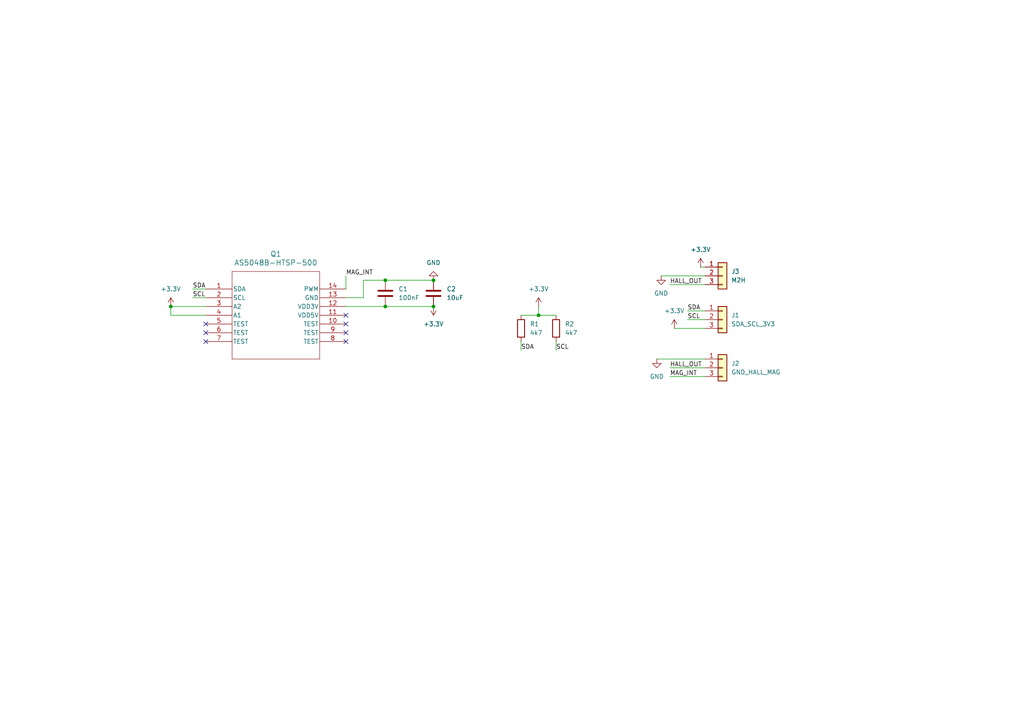
<source format=kicad_sch>
(kicad_sch
	(version 20231120)
	(generator "eeschema")
	(generator_version "8.0")
	(uuid "84aec271-a280-417c-8646-d8903bad1833")
	(paper "A4")
	(title_block
		(title "Anemosens Sensor Main")
		(date "2025-03-08")
		(rev "1")
	)
	(lib_symbols
		(symbol "AS5048B_HTSP_500:AS5048B-HTSP-500"
			(pin_names
				(offset 0.254)
			)
			(exclude_from_sim no)
			(in_bom yes)
			(on_board yes)
			(property "Reference" "Q"
				(at 20.32 10.16 0)
				(effects
					(font
						(size 1.524 1.524)
					)
				)
			)
			(property "Value" "AS5048B-HTSP-500"
				(at 20.32 7.62 0)
				(effects
					(font
						(size 1.524 1.524)
					)
				)
			)
			(property "Footprint" "TRANS_HTSP-500_AMS"
				(at 0 0 0)
				(effects
					(font
						(size 1.27 1.27)
						(italic yes)
					)
					(hide yes)
				)
			)
			(property "Datasheet" "AS5048B-HTSP-500"
				(at 0 0 0)
				(effects
					(font
						(size 1.27 1.27)
						(italic yes)
					)
					(hide yes)
				)
			)
			(property "Description" ""
				(at 0 0 0)
				(effects
					(font
						(size 1.27 1.27)
					)
					(hide yes)
				)
			)
			(property "ki_locked" ""
				(at 0 0 0)
				(effects
					(font
						(size 1.27 1.27)
					)
				)
			)
			(property "ki_keywords" "AS5048B-HTSP-500"
				(at 0 0 0)
				(effects
					(font
						(size 1.27 1.27)
					)
					(hide yes)
				)
			)
			(property "ki_fp_filters" "TRANS_HTSP-500_AMS TRANS_HTSP-500_AMS-M TRANS_HTSP-500_AMS-L"
				(at 0 0 0)
				(effects
					(font
						(size 1.27 1.27)
					)
					(hide yes)
				)
			)
			(symbol "AS5048B-HTSP-500_0_1"
				(polyline
					(pts
						(xy 7.62 -20.32) (xy 33.02 -20.32)
					)
					(stroke
						(width 0.127)
						(type default)
					)
					(fill
						(type none)
					)
				)
				(polyline
					(pts
						(xy 7.62 5.08) (xy 7.62 -20.32)
					)
					(stroke
						(width 0.127)
						(type default)
					)
					(fill
						(type none)
					)
				)
				(polyline
					(pts
						(xy 33.02 -20.32) (xy 33.02 5.08)
					)
					(stroke
						(width 0.127)
						(type default)
					)
					(fill
						(type none)
					)
				)
				(polyline
					(pts
						(xy 33.02 5.08) (xy 7.62 5.08)
					)
					(stroke
						(width 0.127)
						(type default)
					)
					(fill
						(type none)
					)
				)
				(pin unspecified line
					(at 0 0 0)
					(length 7.62)
					(name "SDA"
						(effects
							(font
								(size 1.27 1.27)
							)
						)
					)
					(number "1"
						(effects
							(font
								(size 1.27 1.27)
							)
						)
					)
				)
				(pin unspecified line
					(at 40.64 -10.16 180)
					(length 7.62)
					(name "TEST"
						(effects
							(font
								(size 1.27 1.27)
							)
						)
					)
					(number "10"
						(effects
							(font
								(size 1.27 1.27)
							)
						)
					)
				)
				(pin unspecified line
					(at 40.64 -7.62 180)
					(length 7.62)
					(name "VDD5V"
						(effects
							(font
								(size 1.27 1.27)
							)
						)
					)
					(number "11"
						(effects
							(font
								(size 1.27 1.27)
							)
						)
					)
				)
				(pin unspecified line
					(at 40.64 -5.08 180)
					(length 7.62)
					(name "VDD3V"
						(effects
							(font
								(size 1.27 1.27)
							)
						)
					)
					(number "12"
						(effects
							(font
								(size 1.27 1.27)
							)
						)
					)
				)
				(pin unspecified line
					(at 40.64 -2.54 180)
					(length 7.62)
					(name "GND"
						(effects
							(font
								(size 1.27 1.27)
							)
						)
					)
					(number "13"
						(effects
							(font
								(size 1.27 1.27)
							)
						)
					)
				)
				(pin unspecified line
					(at 40.64 0 180)
					(length 7.62)
					(name "PWM"
						(effects
							(font
								(size 1.27 1.27)
							)
						)
					)
					(number "14"
						(effects
							(font
								(size 1.27 1.27)
							)
						)
					)
				)
				(pin unspecified line
					(at 0 -2.54 0)
					(length 7.62)
					(name "SCL"
						(effects
							(font
								(size 1.27 1.27)
							)
						)
					)
					(number "2"
						(effects
							(font
								(size 1.27 1.27)
							)
						)
					)
				)
				(pin unspecified line
					(at 0 -5.08 0)
					(length 7.62)
					(name "A2"
						(effects
							(font
								(size 1.27 1.27)
							)
						)
					)
					(number "3"
						(effects
							(font
								(size 1.27 1.27)
							)
						)
					)
				)
				(pin unspecified line
					(at 0 -7.62 0)
					(length 7.62)
					(name "A1"
						(effects
							(font
								(size 1.27 1.27)
							)
						)
					)
					(number "4"
						(effects
							(font
								(size 1.27 1.27)
							)
						)
					)
				)
				(pin unspecified line
					(at 0 -10.16 0)
					(length 7.62)
					(name "TEST"
						(effects
							(font
								(size 1.27 1.27)
							)
						)
					)
					(number "5"
						(effects
							(font
								(size 1.27 1.27)
							)
						)
					)
				)
				(pin unspecified line
					(at 0 -12.7 0)
					(length 7.62)
					(name "TEST"
						(effects
							(font
								(size 1.27 1.27)
							)
						)
					)
					(number "6"
						(effects
							(font
								(size 1.27 1.27)
							)
						)
					)
				)
				(pin unspecified line
					(at 0 -15.24 0)
					(length 7.62)
					(name "TEST"
						(effects
							(font
								(size 1.27 1.27)
							)
						)
					)
					(number "7"
						(effects
							(font
								(size 1.27 1.27)
							)
						)
					)
				)
				(pin unspecified line
					(at 40.64 -15.24 180)
					(length 7.62)
					(name "TEST"
						(effects
							(font
								(size 1.27 1.27)
							)
						)
					)
					(number "8"
						(effects
							(font
								(size 1.27 1.27)
							)
						)
					)
				)
				(pin unspecified line
					(at 40.64 -12.7 180)
					(length 7.62)
					(name "TEST"
						(effects
							(font
								(size 1.27 1.27)
							)
						)
					)
					(number "9"
						(effects
							(font
								(size 1.27 1.27)
							)
						)
					)
				)
			)
		)
		(symbol "Connector_Generic:Conn_01x03"
			(pin_names
				(offset 1.016) hide)
			(exclude_from_sim no)
			(in_bom yes)
			(on_board yes)
			(property "Reference" "J"
				(at 0 5.08 0)
				(effects
					(font
						(size 1.27 1.27)
					)
				)
			)
			(property "Value" "Conn_01x03"
				(at 0 -5.08 0)
				(effects
					(font
						(size 1.27 1.27)
					)
				)
			)
			(property "Footprint" ""
				(at 0 0 0)
				(effects
					(font
						(size 1.27 1.27)
					)
					(hide yes)
				)
			)
			(property "Datasheet" "~"
				(at 0 0 0)
				(effects
					(font
						(size 1.27 1.27)
					)
					(hide yes)
				)
			)
			(property "Description" "Generic connector, single row, 01x03, script generated (kicad-library-utils/schlib/autogen/connector/)"
				(at 0 0 0)
				(effects
					(font
						(size 1.27 1.27)
					)
					(hide yes)
				)
			)
			(property "ki_keywords" "connector"
				(at 0 0 0)
				(effects
					(font
						(size 1.27 1.27)
					)
					(hide yes)
				)
			)
			(property "ki_fp_filters" "Connector*:*_1x??_*"
				(at 0 0 0)
				(effects
					(font
						(size 1.27 1.27)
					)
					(hide yes)
				)
			)
			(symbol "Conn_01x03_1_1"
				(rectangle
					(start -1.27 -2.413)
					(end 0 -2.667)
					(stroke
						(width 0.1524)
						(type default)
					)
					(fill
						(type none)
					)
				)
				(rectangle
					(start -1.27 0.127)
					(end 0 -0.127)
					(stroke
						(width 0.1524)
						(type default)
					)
					(fill
						(type none)
					)
				)
				(rectangle
					(start -1.27 2.667)
					(end 0 2.413)
					(stroke
						(width 0.1524)
						(type default)
					)
					(fill
						(type none)
					)
				)
				(rectangle
					(start -1.27 3.81)
					(end 1.27 -3.81)
					(stroke
						(width 0.254)
						(type default)
					)
					(fill
						(type background)
					)
				)
				(pin passive line
					(at -5.08 2.54 0)
					(length 3.81)
					(name "Pin_1"
						(effects
							(font
								(size 1.27 1.27)
							)
						)
					)
					(number "1"
						(effects
							(font
								(size 1.27 1.27)
							)
						)
					)
				)
				(pin passive line
					(at -5.08 0 0)
					(length 3.81)
					(name "Pin_2"
						(effects
							(font
								(size 1.27 1.27)
							)
						)
					)
					(number "2"
						(effects
							(font
								(size 1.27 1.27)
							)
						)
					)
				)
				(pin passive line
					(at -5.08 -2.54 0)
					(length 3.81)
					(name "Pin_3"
						(effects
							(font
								(size 1.27 1.27)
							)
						)
					)
					(number "3"
						(effects
							(font
								(size 1.27 1.27)
							)
						)
					)
				)
			)
		)
		(symbol "Device:C"
			(pin_numbers hide)
			(pin_names
				(offset 0.254)
			)
			(exclude_from_sim no)
			(in_bom yes)
			(on_board yes)
			(property "Reference" "C"
				(at 0.635 2.54 0)
				(effects
					(font
						(size 1.27 1.27)
					)
					(justify left)
				)
			)
			(property "Value" "C"
				(at 0.635 -2.54 0)
				(effects
					(font
						(size 1.27 1.27)
					)
					(justify left)
				)
			)
			(property "Footprint" ""
				(at 0.9652 -3.81 0)
				(effects
					(font
						(size 1.27 1.27)
					)
					(hide yes)
				)
			)
			(property "Datasheet" "~"
				(at 0 0 0)
				(effects
					(font
						(size 1.27 1.27)
					)
					(hide yes)
				)
			)
			(property "Description" "Unpolarized capacitor"
				(at 0 0 0)
				(effects
					(font
						(size 1.27 1.27)
					)
					(hide yes)
				)
			)
			(property "ki_keywords" "cap capacitor"
				(at 0 0 0)
				(effects
					(font
						(size 1.27 1.27)
					)
					(hide yes)
				)
			)
			(property "ki_fp_filters" "C_*"
				(at 0 0 0)
				(effects
					(font
						(size 1.27 1.27)
					)
					(hide yes)
				)
			)
			(symbol "C_0_1"
				(polyline
					(pts
						(xy -2.032 -0.762) (xy 2.032 -0.762)
					)
					(stroke
						(width 0.508)
						(type default)
					)
					(fill
						(type none)
					)
				)
				(polyline
					(pts
						(xy -2.032 0.762) (xy 2.032 0.762)
					)
					(stroke
						(width 0.508)
						(type default)
					)
					(fill
						(type none)
					)
				)
			)
			(symbol "C_1_1"
				(pin passive line
					(at 0 3.81 270)
					(length 2.794)
					(name "~"
						(effects
							(font
								(size 1.27 1.27)
							)
						)
					)
					(number "1"
						(effects
							(font
								(size 1.27 1.27)
							)
						)
					)
				)
				(pin passive line
					(at 0 -3.81 90)
					(length 2.794)
					(name "~"
						(effects
							(font
								(size 1.27 1.27)
							)
						)
					)
					(number "2"
						(effects
							(font
								(size 1.27 1.27)
							)
						)
					)
				)
			)
		)
		(symbol "Device:R"
			(pin_numbers hide)
			(pin_names
				(offset 0)
			)
			(exclude_from_sim no)
			(in_bom yes)
			(on_board yes)
			(property "Reference" "R"
				(at 2.032 0 90)
				(effects
					(font
						(size 1.27 1.27)
					)
				)
			)
			(property "Value" "R"
				(at 0 0 90)
				(effects
					(font
						(size 1.27 1.27)
					)
				)
			)
			(property "Footprint" ""
				(at -1.778 0 90)
				(effects
					(font
						(size 1.27 1.27)
					)
					(hide yes)
				)
			)
			(property "Datasheet" "~"
				(at 0 0 0)
				(effects
					(font
						(size 1.27 1.27)
					)
					(hide yes)
				)
			)
			(property "Description" "Resistor"
				(at 0 0 0)
				(effects
					(font
						(size 1.27 1.27)
					)
					(hide yes)
				)
			)
			(property "ki_keywords" "R res resistor"
				(at 0 0 0)
				(effects
					(font
						(size 1.27 1.27)
					)
					(hide yes)
				)
			)
			(property "ki_fp_filters" "R_*"
				(at 0 0 0)
				(effects
					(font
						(size 1.27 1.27)
					)
					(hide yes)
				)
			)
			(symbol "R_0_1"
				(rectangle
					(start -1.016 -2.54)
					(end 1.016 2.54)
					(stroke
						(width 0.254)
						(type default)
					)
					(fill
						(type none)
					)
				)
			)
			(symbol "R_1_1"
				(pin passive line
					(at 0 3.81 270)
					(length 1.27)
					(name "~"
						(effects
							(font
								(size 1.27 1.27)
							)
						)
					)
					(number "1"
						(effects
							(font
								(size 1.27 1.27)
							)
						)
					)
				)
				(pin passive line
					(at 0 -3.81 90)
					(length 1.27)
					(name "~"
						(effects
							(font
								(size 1.27 1.27)
							)
						)
					)
					(number "2"
						(effects
							(font
								(size 1.27 1.27)
							)
						)
					)
				)
			)
		)
		(symbol "power:+3.3V"
			(power)
			(pin_numbers hide)
			(pin_names
				(offset 0) hide)
			(exclude_from_sim no)
			(in_bom yes)
			(on_board yes)
			(property "Reference" "#PWR"
				(at 0 -3.81 0)
				(effects
					(font
						(size 1.27 1.27)
					)
					(hide yes)
				)
			)
			(property "Value" "+3.3V"
				(at 0 3.556 0)
				(effects
					(font
						(size 1.27 1.27)
					)
				)
			)
			(property "Footprint" ""
				(at 0 0 0)
				(effects
					(font
						(size 1.27 1.27)
					)
					(hide yes)
				)
			)
			(property "Datasheet" ""
				(at 0 0 0)
				(effects
					(font
						(size 1.27 1.27)
					)
					(hide yes)
				)
			)
			(property "Description" "Power symbol creates a global label with name \"+3.3V\""
				(at 0 0 0)
				(effects
					(font
						(size 1.27 1.27)
					)
					(hide yes)
				)
			)
			(property "ki_keywords" "global power"
				(at 0 0 0)
				(effects
					(font
						(size 1.27 1.27)
					)
					(hide yes)
				)
			)
			(symbol "+3.3V_0_1"
				(polyline
					(pts
						(xy -0.762 1.27) (xy 0 2.54)
					)
					(stroke
						(width 0)
						(type default)
					)
					(fill
						(type none)
					)
				)
				(polyline
					(pts
						(xy 0 0) (xy 0 2.54)
					)
					(stroke
						(width 0)
						(type default)
					)
					(fill
						(type none)
					)
				)
				(polyline
					(pts
						(xy 0 2.54) (xy 0.762 1.27)
					)
					(stroke
						(width 0)
						(type default)
					)
					(fill
						(type none)
					)
				)
			)
			(symbol "+3.3V_1_1"
				(pin power_in line
					(at 0 0 90)
					(length 0)
					(name "~"
						(effects
							(font
								(size 1.27 1.27)
							)
						)
					)
					(number "1"
						(effects
							(font
								(size 1.27 1.27)
							)
						)
					)
				)
			)
		)
		(symbol "power:GND"
			(power)
			(pin_numbers hide)
			(pin_names
				(offset 0) hide)
			(exclude_from_sim no)
			(in_bom yes)
			(on_board yes)
			(property "Reference" "#PWR"
				(at 0 -6.35 0)
				(effects
					(font
						(size 1.27 1.27)
					)
					(hide yes)
				)
			)
			(property "Value" "GND"
				(at 0 -3.81 0)
				(effects
					(font
						(size 1.27 1.27)
					)
				)
			)
			(property "Footprint" ""
				(at 0 0 0)
				(effects
					(font
						(size 1.27 1.27)
					)
					(hide yes)
				)
			)
			(property "Datasheet" ""
				(at 0 0 0)
				(effects
					(font
						(size 1.27 1.27)
					)
					(hide yes)
				)
			)
			(property "Description" "Power symbol creates a global label with name \"GND\" , ground"
				(at 0 0 0)
				(effects
					(font
						(size 1.27 1.27)
					)
					(hide yes)
				)
			)
			(property "ki_keywords" "global power"
				(at 0 0 0)
				(effects
					(font
						(size 1.27 1.27)
					)
					(hide yes)
				)
			)
			(symbol "GND_0_1"
				(polyline
					(pts
						(xy 0 0) (xy 0 -1.27) (xy 1.27 -1.27) (xy 0 -2.54) (xy -1.27 -1.27) (xy 0 -1.27)
					)
					(stroke
						(width 0)
						(type default)
					)
					(fill
						(type none)
					)
				)
			)
			(symbol "GND_1_1"
				(pin power_in line
					(at 0 0 270)
					(length 0)
					(name "~"
						(effects
							(font
								(size 1.27 1.27)
							)
						)
					)
					(number "1"
						(effects
							(font
								(size 1.27 1.27)
							)
						)
					)
				)
			)
		)
	)
	(junction
		(at 111.76 81.28)
		(diameter 0)
		(color 0 0 0 0)
		(uuid "4f2f6d2c-390a-43da-a5c8-bfd07852f607")
	)
	(junction
		(at 125.73 81.28)
		(diameter 0)
		(color 0 0 0 0)
		(uuid "8801c8b8-f359-49d5-abd4-ea3a608418b4")
	)
	(junction
		(at 156.21 91.44)
		(diameter 0)
		(color 0 0 0 0)
		(uuid "9e215a6b-b9fe-4c63-a7eb-f51663dd3661")
	)
	(junction
		(at 111.76 88.9)
		(diameter 0)
		(color 0 0 0 0)
		(uuid "c75b50a6-9f3b-459c-a1a7-48bbc64a96a4")
	)
	(junction
		(at 49.53 88.9)
		(diameter 0)
		(color 0 0 0 0)
		(uuid "fba246b4-3b3f-419f-92a7-2b28f98ef206")
	)
	(junction
		(at 125.73 88.9)
		(diameter 0)
		(color 0 0 0 0)
		(uuid "fe893da2-571a-45f8-93c1-b6038258be3f")
	)
	(no_connect
		(at 59.69 96.52)
		(uuid "427d611f-ebc1-418f-8566-4f5d8a24966d")
	)
	(no_connect
		(at 59.69 93.98)
		(uuid "53d7ae22-f9d7-48bd-9b4e-ee3808951f48")
	)
	(no_connect
		(at 100.33 93.98)
		(uuid "61c8a8f4-e5ff-45fd-8e0c-fd8cc46e4683")
	)
	(no_connect
		(at 59.69 99.06)
		(uuid "a1af18b5-46d3-4b62-a1ee-2939af96212a")
	)
	(no_connect
		(at 100.33 99.06)
		(uuid "aca1f129-9348-4863-9fc9-bf80845a9e63")
	)
	(no_connect
		(at 100.33 96.52)
		(uuid "b70ab985-232f-44ff-803f-2fbfeaad96be")
	)
	(no_connect
		(at 100.33 91.44)
		(uuid "f98d0020-94cd-4cf5-9ea6-c2340899ef0e")
	)
	(wire
		(pts
			(xy 100.33 88.9) (xy 111.76 88.9)
		)
		(stroke
			(width 0)
			(type default)
		)
		(uuid "0367786a-0108-455f-ae2d-c6eb70faf2dc")
	)
	(wire
		(pts
			(xy 191.77 80.01) (xy 204.47 80.01)
		)
		(stroke
			(width 0)
			(type default)
		)
		(uuid "0581106f-418b-4ad4-809e-19dc3526a6a4")
	)
	(wire
		(pts
			(xy 49.53 88.9) (xy 49.53 91.44)
		)
		(stroke
			(width 0)
			(type default)
		)
		(uuid "0bb35209-517d-426b-b1ef-2c67d4b51799")
	)
	(wire
		(pts
			(xy 100.33 86.36) (xy 105.41 86.36)
		)
		(stroke
			(width 0)
			(type default)
		)
		(uuid "10858368-8e24-433a-963b-37e2871f4af2")
	)
	(wire
		(pts
			(xy 111.76 88.9) (xy 125.73 88.9)
		)
		(stroke
			(width 0)
			(type default)
		)
		(uuid "182e9f79-9eb4-42b0-a7d2-227faddc0cee")
	)
	(wire
		(pts
			(xy 203.2 77.47) (xy 204.47 77.47)
		)
		(stroke
			(width 0)
			(type default)
		)
		(uuid "197788c0-2662-416a-8076-dc6eeb091aad")
	)
	(wire
		(pts
			(xy 194.31 82.55) (xy 204.47 82.55)
		)
		(stroke
			(width 0)
			(type default)
		)
		(uuid "3a8b045b-1865-4bf0-8cfd-515051e5d1a7")
	)
	(wire
		(pts
			(xy 156.21 88.9) (xy 156.21 91.44)
		)
		(stroke
			(width 0)
			(type default)
		)
		(uuid "3af4cd25-ccdf-476b-a875-ffccd5fe3b8a")
	)
	(wire
		(pts
			(xy 49.53 88.9) (xy 59.69 88.9)
		)
		(stroke
			(width 0)
			(type default)
		)
		(uuid "4939f46e-befb-4710-a32a-72979c8a4c29")
	)
	(wire
		(pts
			(xy 105.41 81.28) (xy 111.76 81.28)
		)
		(stroke
			(width 0)
			(type default)
		)
		(uuid "577a9e47-066e-4fec-bf59-44172442ec58")
	)
	(wire
		(pts
			(xy 55.88 86.36) (xy 59.69 86.36)
		)
		(stroke
			(width 0)
			(type default)
		)
		(uuid "61495624-0f99-4a4c-b499-d5719aaf5308")
	)
	(wire
		(pts
			(xy 151.13 91.44) (xy 156.21 91.44)
		)
		(stroke
			(width 0)
			(type default)
		)
		(uuid "6d555cd2-1b66-4a04-9ffa-b2d6e2e165c5")
	)
	(wire
		(pts
			(xy 100.33 80.01) (xy 100.33 83.82)
		)
		(stroke
			(width 0)
			(type default)
		)
		(uuid "7c83bd75-fe4f-499b-a998-11c45e3f5689")
	)
	(wire
		(pts
			(xy 190.5 104.14) (xy 204.47 104.14)
		)
		(stroke
			(width 0)
			(type default)
		)
		(uuid "8c9ed610-939e-4549-8d18-d4513e9cb2cb")
	)
	(wire
		(pts
			(xy 194.31 106.68) (xy 204.47 106.68)
		)
		(stroke
			(width 0)
			(type default)
		)
		(uuid "8d343ab3-55ee-4915-a533-24e1e3e43a66")
	)
	(wire
		(pts
			(xy 156.21 91.44) (xy 161.29 91.44)
		)
		(stroke
			(width 0)
			(type default)
		)
		(uuid "8f6aa2a0-1244-48a9-a72b-ef69638c68d6")
	)
	(wire
		(pts
			(xy 195.58 95.25) (xy 204.47 95.25)
		)
		(stroke
			(width 0)
			(type default)
		)
		(uuid "90bae8bc-f9db-4bd3-b466-e2f620061554")
	)
	(wire
		(pts
			(xy 199.39 90.17) (xy 204.47 90.17)
		)
		(stroke
			(width 0)
			(type default)
		)
		(uuid "b1b3c6f3-1a58-4e4d-89c3-559e160dd382")
	)
	(wire
		(pts
			(xy 105.41 86.36) (xy 105.41 81.28)
		)
		(stroke
			(width 0)
			(type default)
		)
		(uuid "b44ff840-eede-4353-bccd-3de7c6755dd2")
	)
	(wire
		(pts
			(xy 49.53 91.44) (xy 59.69 91.44)
		)
		(stroke
			(width 0)
			(type default)
		)
		(uuid "b65c9f41-6df2-4e3a-9151-39fa94d4a2ae")
	)
	(wire
		(pts
			(xy 161.29 101.6) (xy 161.29 99.06)
		)
		(stroke
			(width 0)
			(type default)
		)
		(uuid "d3f457a9-de13-472e-bbd9-b8b6cecb976f")
	)
	(wire
		(pts
			(xy 194.31 109.22) (xy 204.47 109.22)
		)
		(stroke
			(width 0)
			(type default)
		)
		(uuid "d63f6061-fd7d-4fed-95d4-1d0f3bb26152")
	)
	(wire
		(pts
			(xy 151.13 101.6) (xy 151.13 99.06)
		)
		(stroke
			(width 0)
			(type default)
		)
		(uuid "dafc412c-b660-4d4f-8da0-3359997223d1")
	)
	(wire
		(pts
			(xy 55.88 83.82) (xy 59.69 83.82)
		)
		(stroke
			(width 0)
			(type default)
		)
		(uuid "e42b924b-1c8e-42ff-afce-e38d6037eb9b")
	)
	(wire
		(pts
			(xy 199.39 92.71) (xy 204.47 92.71)
		)
		(stroke
			(width 0)
			(type default)
		)
		(uuid "f15abc8b-ac87-4415-859a-2f474d7ef04c")
	)
	(wire
		(pts
			(xy 111.76 81.28) (xy 125.73 81.28)
		)
		(stroke
			(width 0)
			(type default)
		)
		(uuid "feb54869-bbc5-4db4-941b-c091060123e3")
	)
	(label "HALL_OUT"
		(at 194.31 106.68 0)
		(effects
			(font
				(size 1.27 1.27)
			)
			(justify left bottom)
		)
		(uuid "0e819731-d54b-46b0-919a-289062ab76a9")
	)
	(label "SDA"
		(at 151.13 101.6 0)
		(effects
			(font
				(size 1.27 1.27)
			)
			(justify left bottom)
		)
		(uuid "1172683d-93f5-4944-8e95-0454804dc8e2")
	)
	(label "SDA"
		(at 55.88 83.82 0)
		(effects
			(font
				(size 1.27 1.27)
			)
			(justify left bottom)
		)
		(uuid "1fccc322-e075-4331-aad5-8ac85ad68809")
	)
	(label "SCL"
		(at 161.29 101.6 0)
		(effects
			(font
				(size 1.27 1.27)
			)
			(justify left bottom)
		)
		(uuid "268d0493-d667-4f31-bb5a-fabe837d52e7")
	)
	(label "SDA"
		(at 199.39 90.17 0)
		(effects
			(font
				(size 1.27 1.27)
			)
			(justify left bottom)
		)
		(uuid "4d17fafc-05be-4a8e-9217-2760cee6ca3a")
	)
	(label "MAG_INT"
		(at 100.33 80.01 0)
		(effects
			(font
				(size 1.27 1.27)
			)
			(justify left bottom)
		)
		(uuid "5540ea05-b614-4307-af90-59bd22cde536")
	)
	(label "MAG_INT"
		(at 194.31 109.22 0)
		(effects
			(font
				(size 1.27 1.27)
			)
			(justify left bottom)
		)
		(uuid "94481508-f7dc-48de-a357-54109c50a727")
	)
	(label "SCL"
		(at 199.39 92.71 0)
		(effects
			(font
				(size 1.27 1.27)
			)
			(justify left bottom)
		)
		(uuid "d7013390-1488-47aa-a5ee-634996282885")
	)
	(label "SCL"
		(at 55.88 86.36 0)
		(effects
			(font
				(size 1.27 1.27)
			)
			(justify left bottom)
		)
		(uuid "e54439be-818b-4c18-a5a0-32ba3be2201b")
	)
	(label "HALL_OUT"
		(at 194.31 82.55 0)
		(effects
			(font
				(size 1.27 1.27)
			)
			(justify left bottom)
		)
		(uuid "f20b09b8-aa1d-408c-a183-ffab22e05547")
	)
	(symbol
		(lib_id "Connector_Generic:Conn_01x03")
		(at 209.55 92.71 0)
		(unit 1)
		(exclude_from_sim no)
		(in_bom yes)
		(on_board yes)
		(dnp no)
		(fields_autoplaced yes)
		(uuid "0b67f5d6-a7be-4cf3-8543-789ff5e83119")
		(property "Reference" "J1"
			(at 212.09 91.4399 0)
			(effects
				(font
					(size 1.27 1.27)
				)
				(justify left)
			)
		)
		(property "Value" "SDA_SCL_3V3"
			(at 212.09 93.9799 0)
			(effects
				(font
					(size 1.27 1.27)
				)
				(justify left)
			)
		)
		(property "Footprint" "Connector_PinHeader_2.54mm:PinHeader_1x03_P2.54mm_Vertical"
			(at 209.55 92.71 0)
			(effects
				(font
					(size 1.27 1.27)
				)
				(hide yes)
			)
		)
		(property "Datasheet" "~"
			(at 209.55 92.71 0)
			(effects
				(font
					(size 1.27 1.27)
				)
				(hide yes)
			)
		)
		(property "Description" "Generic connector, single row, 01x03, script generated (kicad-library-utils/schlib/autogen/connector/)"
			(at 209.55 92.71 0)
			(effects
				(font
					(size 1.27 1.27)
				)
				(hide yes)
			)
		)
		(pin "2"
			(uuid "844d24ab-afc5-4fa1-b216-355691505f94")
		)
		(pin "1"
			(uuid "cb7068bc-837c-4977-89b6-cfda35c33f0c")
		)
		(pin "3"
			(uuid "3bb140f4-4ad0-4bd2-ba68-5c5d487e9729")
		)
		(instances
			(project ""
				(path "/84aec271-a280-417c-8646-d8903bad1833"
					(reference "J1")
					(unit 1)
				)
			)
		)
	)
	(symbol
		(lib_id "power:+3.3V")
		(at 125.73 88.9 180)
		(unit 1)
		(exclude_from_sim no)
		(in_bom yes)
		(on_board yes)
		(dnp no)
		(fields_autoplaced yes)
		(uuid "1024f92f-ab3c-41c7-b0b7-d71cc17b1b32")
		(property "Reference" "#PWR02"
			(at 125.73 85.09 0)
			(effects
				(font
					(size 1.27 1.27)
				)
				(hide yes)
			)
		)
		(property "Value" "+3.3V"
			(at 125.73 93.98 0)
			(effects
				(font
					(size 1.27 1.27)
				)
			)
		)
		(property "Footprint" ""
			(at 125.73 88.9 0)
			(effects
				(font
					(size 1.27 1.27)
				)
				(hide yes)
			)
		)
		(property "Datasheet" ""
			(at 125.73 88.9 0)
			(effects
				(font
					(size 1.27 1.27)
				)
				(hide yes)
			)
		)
		(property "Description" "Power symbol creates a global label with name \"+3.3V\""
			(at 125.73 88.9 0)
			(effects
				(font
					(size 1.27 1.27)
				)
				(hide yes)
			)
		)
		(pin "1"
			(uuid "26d31b23-9967-4ef3-9559-6c343a07317b")
		)
		(instances
			(project ""
				(path "/84aec271-a280-417c-8646-d8903bad1833"
					(reference "#PWR02")
					(unit 1)
				)
			)
		)
	)
	(symbol
		(lib_id "power:+3.3V")
		(at 49.53 88.9 0)
		(unit 1)
		(exclude_from_sim no)
		(in_bom yes)
		(on_board yes)
		(dnp no)
		(fields_autoplaced yes)
		(uuid "156bd3fb-88d9-4280-9425-d5bd4030f58c")
		(property "Reference" "#PWR03"
			(at 49.53 92.71 0)
			(effects
				(font
					(size 1.27 1.27)
				)
				(hide yes)
			)
		)
		(property "Value" "+3.3V"
			(at 49.53 83.82 0)
			(effects
				(font
					(size 1.27 1.27)
				)
			)
		)
		(property "Footprint" ""
			(at 49.53 88.9 0)
			(effects
				(font
					(size 1.27 1.27)
				)
				(hide yes)
			)
		)
		(property "Datasheet" ""
			(at 49.53 88.9 0)
			(effects
				(font
					(size 1.27 1.27)
				)
				(hide yes)
			)
		)
		(property "Description" "Power symbol creates a global label with name \"+3.3V\""
			(at 49.53 88.9 0)
			(effects
				(font
					(size 1.27 1.27)
				)
				(hide yes)
			)
		)
		(pin "1"
			(uuid "9864d484-9710-4016-92f5-20a762a47744")
		)
		(instances
			(project "Anemosens Sensor"
				(path "/84aec271-a280-417c-8646-d8903bad1833"
					(reference "#PWR03")
					(unit 1)
				)
			)
		)
	)
	(symbol
		(lib_id "power:+3.3V")
		(at 156.21 88.9 0)
		(unit 1)
		(exclude_from_sim no)
		(in_bom yes)
		(on_board yes)
		(dnp no)
		(fields_autoplaced yes)
		(uuid "41adfb84-23cc-40d0-9af1-9d94ad6d6150")
		(property "Reference" "#PWR04"
			(at 156.21 92.71 0)
			(effects
				(font
					(size 1.27 1.27)
				)
				(hide yes)
			)
		)
		(property "Value" "+3.3V"
			(at 156.21 83.82 0)
			(effects
				(font
					(size 1.27 1.27)
				)
			)
		)
		(property "Footprint" ""
			(at 156.21 88.9 0)
			(effects
				(font
					(size 1.27 1.27)
				)
				(hide yes)
			)
		)
		(property "Datasheet" ""
			(at 156.21 88.9 0)
			(effects
				(font
					(size 1.27 1.27)
				)
				(hide yes)
			)
		)
		(property "Description" "Power symbol creates a global label with name \"+3.3V\""
			(at 156.21 88.9 0)
			(effects
				(font
					(size 1.27 1.27)
				)
				(hide yes)
			)
		)
		(pin "1"
			(uuid "f5eac58a-c310-4935-95f0-18f562a08df9")
		)
		(instances
			(project ""
				(path "/84aec271-a280-417c-8646-d8903bad1833"
					(reference "#PWR04")
					(unit 1)
				)
			)
		)
	)
	(symbol
		(lib_id "Connector_Generic:Conn_01x03")
		(at 209.55 106.68 0)
		(unit 1)
		(exclude_from_sim no)
		(in_bom yes)
		(on_board yes)
		(dnp no)
		(fields_autoplaced yes)
		(uuid "7e220c9e-6cda-4c62-8bea-8a75faba30dd")
		(property "Reference" "J2"
			(at 212.09 105.4099 0)
			(effects
				(font
					(size 1.27 1.27)
				)
				(justify left)
			)
		)
		(property "Value" "GND_HALL_MAG"
			(at 212.09 107.9499 0)
			(effects
				(font
					(size 1.27 1.27)
				)
				(justify left)
			)
		)
		(property "Footprint" "Connector_PinHeader_2.54mm:PinHeader_1x03_P2.54mm_Vertical"
			(at 209.55 106.68 0)
			(effects
				(font
					(size 1.27 1.27)
				)
				(hide yes)
			)
		)
		(property "Datasheet" "~"
			(at 209.55 106.68 0)
			(effects
				(font
					(size 1.27 1.27)
				)
				(hide yes)
			)
		)
		(property "Description" "Generic connector, single row, 01x03, script generated (kicad-library-utils/schlib/autogen/connector/)"
			(at 209.55 106.68 0)
			(effects
				(font
					(size 1.27 1.27)
				)
				(hide yes)
			)
		)
		(pin "2"
			(uuid "2cb50a8a-e5c1-45c3-90ae-3aaf3b94da34")
		)
		(pin "1"
			(uuid "7f9fb111-d215-4a01-88c9-86bc61353040")
		)
		(pin "3"
			(uuid "50b35cab-f26e-4a8e-ab87-a953bb65e25f")
		)
		(instances
			(project "Anemosens Sensor"
				(path "/84aec271-a280-417c-8646-d8903bad1833"
					(reference "J2")
					(unit 1)
				)
			)
		)
	)
	(symbol
		(lib_id "power:+3.3V")
		(at 195.58 95.25 0)
		(unit 1)
		(exclude_from_sim no)
		(in_bom yes)
		(on_board yes)
		(dnp no)
		(fields_autoplaced yes)
		(uuid "8e11f372-1a78-47bb-9bda-9ac2caaa5c8a")
		(property "Reference" "#PWR05"
			(at 195.58 99.06 0)
			(effects
				(font
					(size 1.27 1.27)
				)
				(hide yes)
			)
		)
		(property "Value" "+3.3V"
			(at 195.58 90.17 0)
			(effects
				(font
					(size 1.27 1.27)
				)
			)
		)
		(property "Footprint" ""
			(at 195.58 95.25 0)
			(effects
				(font
					(size 1.27 1.27)
				)
				(hide yes)
			)
		)
		(property "Datasheet" ""
			(at 195.58 95.25 0)
			(effects
				(font
					(size 1.27 1.27)
				)
				(hide yes)
			)
		)
		(property "Description" "Power symbol creates a global label with name \"+3.3V\""
			(at 195.58 95.25 0)
			(effects
				(font
					(size 1.27 1.27)
				)
				(hide yes)
			)
		)
		(pin "1"
			(uuid "00e156f7-7dcf-48d2-8df7-9c3d5c6aa842")
		)
		(instances
			(project "Anemosens Sensor"
				(path "/84aec271-a280-417c-8646-d8903bad1833"
					(reference "#PWR05")
					(unit 1)
				)
			)
		)
	)
	(symbol
		(lib_id "AS5048B_HTSP_500:AS5048B-HTSP-500")
		(at 59.69 83.82 0)
		(unit 1)
		(exclude_from_sim no)
		(in_bom yes)
		(on_board yes)
		(dnp no)
		(fields_autoplaced yes)
		(uuid "93af7856-22b4-4587-a5f4-7143301ac0b2")
		(property "Reference" "Q1"
			(at 80.01 73.66 0)
			(effects
				(font
					(size 1.524 1.524)
				)
			)
		)
		(property "Value" "AS5048B-HTSP-500"
			(at 80.01 76.2 0)
			(effects
				(font
					(size 1.524 1.524)
				)
			)
		)
		(property "Footprint" "AS5048B_HTSP_500:TRANS_HTSP-500_AMS"
			(at 59.69 83.82 0)
			(effects
				(font
					(size 1.27 1.27)
					(italic yes)
				)
				(hide yes)
			)
		)
		(property "Datasheet" "AS5048B-HTSP-500"
			(at 59.69 83.82 0)
			(effects
				(font
					(size 1.27 1.27)
					(italic yes)
				)
				(hide yes)
			)
		)
		(property "Description" ""
			(at 59.69 83.82 0)
			(effects
				(font
					(size 1.27 1.27)
				)
				(hide yes)
			)
		)
		(pin "1"
			(uuid "be09a836-ae6e-4847-be9f-e1f9820903c5")
		)
		(pin "11"
			(uuid "fb6accfa-f60f-4b8a-8a20-764a23699e3f")
		)
		(pin "10"
			(uuid "6ec668ee-c754-4d64-be9d-2dce71bbe87e")
		)
		(pin "12"
			(uuid "73e4fb1f-0446-4e44-88c5-109e71cec25e")
		)
		(pin "13"
			(uuid "a038e006-d878-4010-b5a4-de769322d4eb")
		)
		(pin "14"
			(uuid "6d4a3a0a-7593-470c-83e2-e7a05aeb009e")
		)
		(pin "6"
			(uuid "622764ae-bfcb-4118-9e2d-4b9329eb5284")
		)
		(pin "9"
			(uuid "0b892cf0-aa2f-4c55-ac24-7e32215e9f56")
		)
		(pin "8"
			(uuid "946d3c87-053e-491c-83d1-5f57f724a8fb")
		)
		(pin "7"
			(uuid "24458d5d-1d4b-4e69-b926-10453d49217e")
		)
		(pin "5"
			(uuid "ce292e68-81ab-4d1b-8fdd-d155068839c2")
		)
		(pin "4"
			(uuid "0e40cd4f-6207-4419-9126-cab93ea1f37d")
		)
		(pin "3"
			(uuid "d66e0f76-0919-44ef-83eb-c417e6268d11")
		)
		(pin "2"
			(uuid "c2e38d44-c9ed-4ffb-acdf-d2ec1a77cf56")
		)
		(instances
			(project ""
				(path "/84aec271-a280-417c-8646-d8903bad1833"
					(reference "Q1")
					(unit 1)
				)
			)
		)
	)
	(symbol
		(lib_id "power:GND")
		(at 125.73 81.28 180)
		(unit 1)
		(exclude_from_sim no)
		(in_bom yes)
		(on_board yes)
		(dnp no)
		(fields_autoplaced yes)
		(uuid "bb47f650-7533-4636-b948-3668518d75b6")
		(property "Reference" "#PWR01"
			(at 125.73 74.93 0)
			(effects
				(font
					(size 1.27 1.27)
				)
				(hide yes)
			)
		)
		(property "Value" "GND"
			(at 125.73 76.2 0)
			(effects
				(font
					(size 1.27 1.27)
				)
			)
		)
		(property "Footprint" ""
			(at 125.73 81.28 0)
			(effects
				(font
					(size 1.27 1.27)
				)
				(hide yes)
			)
		)
		(property "Datasheet" ""
			(at 125.73 81.28 0)
			(effects
				(font
					(size 1.27 1.27)
				)
				(hide yes)
			)
		)
		(property "Description" "Power symbol creates a global label with name \"GND\" , ground"
			(at 125.73 81.28 0)
			(effects
				(font
					(size 1.27 1.27)
				)
				(hide yes)
			)
		)
		(pin "1"
			(uuid "1fafe737-c26d-4b10-85ee-1fe0ef79d750")
		)
		(instances
			(project ""
				(path "/84aec271-a280-417c-8646-d8903bad1833"
					(reference "#PWR01")
					(unit 1)
				)
			)
		)
	)
	(symbol
		(lib_id "Device:R")
		(at 161.29 95.25 0)
		(unit 1)
		(exclude_from_sim no)
		(in_bom yes)
		(on_board yes)
		(dnp no)
		(fields_autoplaced yes)
		(uuid "d4483d59-fa30-43be-a07a-991e68fff16d")
		(property "Reference" "R2"
			(at 163.83 93.9799 0)
			(effects
				(font
					(size 1.27 1.27)
				)
				(justify left)
			)
		)
		(property "Value" "4k7"
			(at 163.83 96.5199 0)
			(effects
				(font
					(size 1.27 1.27)
				)
				(justify left)
			)
		)
		(property "Footprint" "Resistor_SMD:R_0805_2012Metric_Pad1.20x1.40mm_HandSolder"
			(at 159.512 95.25 90)
			(effects
				(font
					(size 1.27 1.27)
				)
				(hide yes)
			)
		)
		(property "Datasheet" "~"
			(at 161.29 95.25 0)
			(effects
				(font
					(size 1.27 1.27)
				)
				(hide yes)
			)
		)
		(property "Description" "Resistor"
			(at 161.29 95.25 0)
			(effects
				(font
					(size 1.27 1.27)
				)
				(hide yes)
			)
		)
		(pin "2"
			(uuid "e780c17b-bddf-432e-b8fe-d7c50df05848")
		)
		(pin "1"
			(uuid "fb06d466-717f-4cb7-94c9-fd4f2086d7b1")
		)
		(instances
			(project ""
				(path "/84aec271-a280-417c-8646-d8903bad1833"
					(reference "R2")
					(unit 1)
				)
			)
		)
	)
	(symbol
		(lib_id "power:GND")
		(at 190.5 104.14 0)
		(unit 1)
		(exclude_from_sim no)
		(in_bom yes)
		(on_board yes)
		(dnp no)
		(fields_autoplaced yes)
		(uuid "d57c2e48-16df-4f86-9e6a-5c8c2757bee2")
		(property "Reference" "#PWR06"
			(at 190.5 110.49 0)
			(effects
				(font
					(size 1.27 1.27)
				)
				(hide yes)
			)
		)
		(property "Value" "GND"
			(at 190.5 109.22 0)
			(effects
				(font
					(size 1.27 1.27)
				)
			)
		)
		(property "Footprint" ""
			(at 190.5 104.14 0)
			(effects
				(font
					(size 1.27 1.27)
				)
				(hide yes)
			)
		)
		(property "Datasheet" ""
			(at 190.5 104.14 0)
			(effects
				(font
					(size 1.27 1.27)
				)
				(hide yes)
			)
		)
		(property "Description" "Power symbol creates a global label with name \"GND\" , ground"
			(at 190.5 104.14 0)
			(effects
				(font
					(size 1.27 1.27)
				)
				(hide yes)
			)
		)
		(pin "1"
			(uuid "97906898-be5f-4bc7-a986-0d5cfc6ea3d8")
		)
		(instances
			(project "Anemosens Sensor"
				(path "/84aec271-a280-417c-8646-d8903bad1833"
					(reference "#PWR06")
					(unit 1)
				)
			)
		)
	)
	(symbol
		(lib_id "Connector_Generic:Conn_01x03")
		(at 209.55 80.01 0)
		(unit 1)
		(exclude_from_sim no)
		(in_bom yes)
		(on_board yes)
		(dnp no)
		(fields_autoplaced yes)
		(uuid "da090b43-70f9-4dc6-a970-d025d370c6f7")
		(property "Reference" "J3"
			(at 212.09 78.7399 0)
			(effects
				(font
					(size 1.27 1.27)
				)
				(justify left)
			)
		)
		(property "Value" "M2H"
			(at 212.09 81.2799 0)
			(effects
				(font
					(size 1.27 1.27)
				)
				(justify left)
			)
		)
		(property "Footprint" "Connector_PinHeader_2.54mm:PinHeader_1x03_P2.54mm_Vertical"
			(at 209.55 80.01 0)
			(effects
				(font
					(size 1.27 1.27)
				)
				(hide yes)
			)
		)
		(property "Datasheet" "~"
			(at 209.55 80.01 0)
			(effects
				(font
					(size 1.27 1.27)
				)
				(hide yes)
			)
		)
		(property "Description" "Generic connector, single row, 01x03, script generated (kicad-library-utils/schlib/autogen/connector/)"
			(at 209.55 80.01 0)
			(effects
				(font
					(size 1.27 1.27)
				)
				(hide yes)
			)
		)
		(pin "2"
			(uuid "53b3a735-f5d1-43bb-bcad-b4f1e9dce745")
		)
		(pin "1"
			(uuid "f7ddd6dc-e0b9-4e6b-9e50-84202a82166d")
		)
		(pin "3"
			(uuid "d761c537-ec8c-41bd-ba88-2f8fffa8e4a3")
		)
		(instances
			(project "Anemosens Sensor"
				(path "/84aec271-a280-417c-8646-d8903bad1833"
					(reference "J3")
					(unit 1)
				)
			)
		)
	)
	(symbol
		(lib_id "Device:C")
		(at 125.73 85.09 0)
		(unit 1)
		(exclude_from_sim no)
		(in_bom yes)
		(on_board yes)
		(dnp no)
		(fields_autoplaced yes)
		(uuid "e458fa84-ea39-4c86-a2e2-e5acf2c24b76")
		(property "Reference" "C2"
			(at 129.54 83.8199 0)
			(effects
				(font
					(size 1.27 1.27)
				)
				(justify left)
			)
		)
		(property "Value" "10uF"
			(at 129.54 86.3599 0)
			(effects
				(font
					(size 1.27 1.27)
				)
				(justify left)
			)
		)
		(property "Footprint" "Capacitor_SMD:C_0805_2012Metric_Pad1.18x1.45mm_HandSolder"
			(at 126.6952 88.9 0)
			(effects
				(font
					(size 1.27 1.27)
				)
				(hide yes)
			)
		)
		(property "Datasheet" "~"
			(at 125.73 85.09 0)
			(effects
				(font
					(size 1.27 1.27)
				)
				(hide yes)
			)
		)
		(property "Description" "Unpolarized capacitor"
			(at 125.73 85.09 0)
			(effects
				(font
					(size 1.27 1.27)
				)
				(hide yes)
			)
		)
		(pin "1"
			(uuid "3ef0b7a2-2986-4ed9-8ecf-1a4f1c5d49ba")
		)
		(pin "2"
			(uuid "b27eaee7-c7f4-4054-8046-3e5d68a73fe3")
		)
		(instances
			(project ""
				(path "/84aec271-a280-417c-8646-d8903bad1833"
					(reference "C2")
					(unit 1)
				)
			)
		)
	)
	(symbol
		(lib_id "Device:C")
		(at 111.76 85.09 0)
		(unit 1)
		(exclude_from_sim no)
		(in_bom yes)
		(on_board yes)
		(dnp no)
		(fields_autoplaced yes)
		(uuid "e68c9873-25cd-47dc-9421-feeea928c74c")
		(property "Reference" "C1"
			(at 115.57 83.8199 0)
			(effects
				(font
					(size 1.27 1.27)
				)
				(justify left)
			)
		)
		(property "Value" "100nF"
			(at 115.57 86.3599 0)
			(effects
				(font
					(size 1.27 1.27)
				)
				(justify left)
			)
		)
		(property "Footprint" "Capacitor_SMD:C_0805_2012Metric_Pad1.18x1.45mm_HandSolder"
			(at 112.7252 88.9 0)
			(effects
				(font
					(size 1.27 1.27)
				)
				(hide yes)
			)
		)
		(property "Datasheet" "~"
			(at 111.76 85.09 0)
			(effects
				(font
					(size 1.27 1.27)
				)
				(hide yes)
			)
		)
		(property "Description" "Unpolarized capacitor"
			(at 111.76 85.09 0)
			(effects
				(font
					(size 1.27 1.27)
				)
				(hide yes)
			)
		)
		(pin "2"
			(uuid "a08e1c9f-1a7e-4631-966e-a982f2d31407")
		)
		(pin "1"
			(uuid "a3e715f1-e496-4f9c-b00a-089e33f23444")
		)
		(instances
			(project ""
				(path "/84aec271-a280-417c-8646-d8903bad1833"
					(reference "C1")
					(unit 1)
				)
			)
		)
	)
	(symbol
		(lib_id "power:+3.3V")
		(at 203.2 77.47 0)
		(unit 1)
		(exclude_from_sim no)
		(in_bom yes)
		(on_board yes)
		(dnp no)
		(fields_autoplaced yes)
		(uuid "ebb311c1-f781-42de-80a8-699f525371e5")
		(property "Reference" "#PWR07"
			(at 203.2 81.28 0)
			(effects
				(font
					(size 1.27 1.27)
				)
				(hide yes)
			)
		)
		(property "Value" "+3.3V"
			(at 203.2 72.39 0)
			(effects
				(font
					(size 1.27 1.27)
				)
			)
		)
		(property "Footprint" ""
			(at 203.2 77.47 0)
			(effects
				(font
					(size 1.27 1.27)
				)
				(hide yes)
			)
		)
		(property "Datasheet" ""
			(at 203.2 77.47 0)
			(effects
				(font
					(size 1.27 1.27)
				)
				(hide yes)
			)
		)
		(property "Description" "Power symbol creates a global label with name \"+3.3V\""
			(at 203.2 77.47 0)
			(effects
				(font
					(size 1.27 1.27)
				)
				(hide yes)
			)
		)
		(pin "1"
			(uuid "ce1a25ce-75e7-4d9f-a503-d760cec0176f")
		)
		(instances
			(project "Anemosens Sensor"
				(path "/84aec271-a280-417c-8646-d8903bad1833"
					(reference "#PWR07")
					(unit 1)
				)
			)
		)
	)
	(symbol
		(lib_id "Device:R")
		(at 151.13 95.25 0)
		(unit 1)
		(exclude_from_sim no)
		(in_bom yes)
		(on_board yes)
		(dnp no)
		(fields_autoplaced yes)
		(uuid "efb3cd3d-6e4c-4429-9a2c-66cda9263c5f")
		(property "Reference" "R1"
			(at 153.67 93.9799 0)
			(effects
				(font
					(size 1.27 1.27)
				)
				(justify left)
			)
		)
		(property "Value" "4k7"
			(at 153.67 96.5199 0)
			(effects
				(font
					(size 1.27 1.27)
				)
				(justify left)
			)
		)
		(property "Footprint" "Resistor_SMD:R_0805_2012Metric_Pad1.20x1.40mm_HandSolder"
			(at 149.352 95.25 90)
			(effects
				(font
					(size 1.27 1.27)
				)
				(hide yes)
			)
		)
		(property "Datasheet" "~"
			(at 151.13 95.25 0)
			(effects
				(font
					(size 1.27 1.27)
				)
				(hide yes)
			)
		)
		(property "Description" "Resistor"
			(at 151.13 95.25 0)
			(effects
				(font
					(size 1.27 1.27)
				)
				(hide yes)
			)
		)
		(pin "2"
			(uuid "b6404fea-f4cd-418b-bac3-901736da2852")
		)
		(pin "1"
			(uuid "e3a5ba04-3cad-44ea-8c58-c8832fdf5d9e")
		)
		(instances
			(project ""
				(path "/84aec271-a280-417c-8646-d8903bad1833"
					(reference "R1")
					(unit 1)
				)
			)
		)
	)
	(symbol
		(lib_id "power:GND")
		(at 191.77 80.01 0)
		(unit 1)
		(exclude_from_sim no)
		(in_bom yes)
		(on_board yes)
		(dnp no)
		(fields_autoplaced yes)
		(uuid "f97aaa38-7710-4858-84b9-c31572ae256b")
		(property "Reference" "#PWR08"
			(at 191.77 86.36 0)
			(effects
				(font
					(size 1.27 1.27)
				)
				(hide yes)
			)
		)
		(property "Value" "GND"
			(at 191.77 85.09 0)
			(effects
				(font
					(size 1.27 1.27)
				)
			)
		)
		(property "Footprint" ""
			(at 191.77 80.01 0)
			(effects
				(font
					(size 1.27 1.27)
				)
				(hide yes)
			)
		)
		(property "Datasheet" ""
			(at 191.77 80.01 0)
			(effects
				(font
					(size 1.27 1.27)
				)
				(hide yes)
			)
		)
		(property "Description" "Power symbol creates a global label with name \"GND\" , ground"
			(at 191.77 80.01 0)
			(effects
				(font
					(size 1.27 1.27)
				)
				(hide yes)
			)
		)
		(pin "1"
			(uuid "9b26905f-ee7a-4592-949b-a16823fd593a")
		)
		(instances
			(project "Anemosens Sensor"
				(path "/84aec271-a280-417c-8646-d8903bad1833"
					(reference "#PWR08")
					(unit 1)
				)
			)
		)
	)
	(sheet_instances
		(path "/"
			(page "1")
		)
	)
)

</source>
